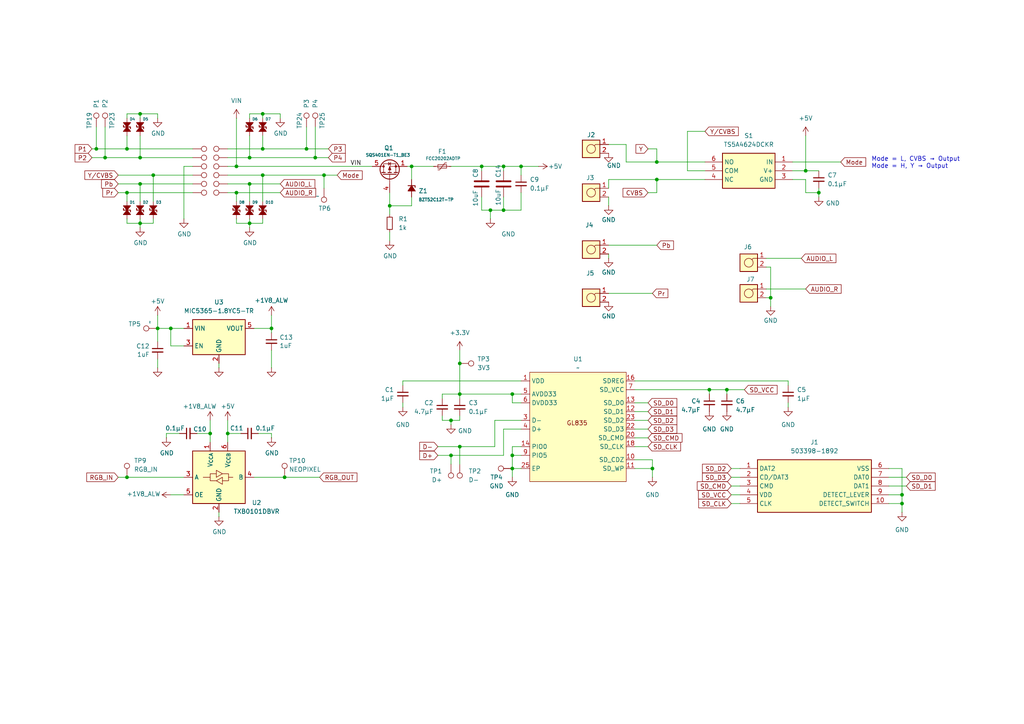
<source format=kicad_sch>
(kicad_sch (version 20250114) (generator "eeschema") (generator_version "9.0")
  (paper "A4")
  (text "Mode = L, CVBS → Output\nMode = H, Y → Output" (at 252.73 47.244 0) (effects (font (size 1.27 1.27)) (justify left)))
  (junction (at 146.05 60.96))
  (junction (at 91.44 45.72))
  (junction (at 60.96 125.73))
  (junction (at 76.2 50.8))
  (junction (at 130.81 132.08))
  (junction (at 210.82 113.03))
  (junction (at 72.39 45.72))
  (junction (at 40.64 45.72))
  (junction (at 76.2 43.18))
  (junction (at 133.35 129.54))
  (junction (at 189.23 135.89))
  (junction (at 190.5 46.99))
  (junction (at 133.35 105.41))
  (junction (at 88.9 43.18))
  (junction (at 119.38 48.26))
  (junction (at 72.39 64.77))
  (junction (at 261.62 146.05))
  (junction (at 223.52 86.36))
  (junction (at 68.58 55.88))
  (junction (at 40.64 53.34))
  (junction (at 93.98 50.8))
  (junction (at 49.53 95.25))
  (junction (at 27.94 43.18))
  (junction (at 233.68 49.53))
  (junction (at 68.58 48.26))
  (junction (at 72.39 53.34))
  (junction (at 36.83 55.88))
  (junction (at 148.59 114.3))
  (junction (at 40.64 33.02))
  (junction (at 146.05 48.26))
  (junction (at 82.55 138.43))
  (junction (at 30.48 45.72))
  (junction (at 205.74 113.03))
  (junction (at 113.03 59.69))
  (junction (at 148.59 135.89))
  (junction (at 133.35 114.3))
  (junction (at 76.2 33.02))
  (junction (at 190.5 52.07))
  (junction (at 66.04 125.73))
  (junction (at 261.62 143.51))
  (junction (at 45.72 95.25))
  (junction (at 148.59 132.08))
  (junction (at 78.74 95.25))
  (junction (at 36.83 138.43))
  (junction (at 40.64 64.77))
  (junction (at 237.49 55.88))
  (junction (at 142.24 60.96))
  (junction (at 44.45 50.8))
  (junction (at 36.83 43.18))
  (junction (at 130.81 121.92))
  (junction (at 151.13 48.26))
  (junction (at 139.7 48.26))
  (wire (pts (xy 45.72 95.25) (xy 49.53 95.25)))
  (wire (pts (xy 53.34 48.26) (xy 53.34 63.5)))
  (wire (pts (xy 40.64 53.34) (xy 55.88 53.34)))
  (wire (pts (xy 36.83 33.02) (xy 40.64 33.02)))
  (wire (pts (xy 72.39 39.37) (xy 72.39 45.72)))
  (wire (pts (xy 146.05 132.08) (xy 146.05 124.46)))
  (wire (pts (xy 223.52 77.47) (xy 222.25 77.47)))
  (wire (pts (xy 76.2 64.77) (xy 72.39 64.77)))
  (wire (pts (xy 107.95 48.26) (xy 68.58 48.26)))
  (wire (pts (xy 73.66 138.43) (xy 82.55 138.43)))
  (wire (pts (xy 66.04 125.73) (xy 66.04 128.27)))
  (wire (pts (xy 146.05 124.46) (xy 151.13 124.46)))
  (wire (pts (xy 237.49 57.15) (xy 237.49 55.88)))
  (wire (pts (xy 74.93 125.73) (xy 78.74 125.73)))
  (wire (pts (xy 45.72 34.29) (xy 45.72 33.02)))
  (wire (pts (xy 113.03 55.88) (xy 113.03 59.69)))
  (wire (pts (xy 36.83 34.29) (xy 36.83 33.02)))
  (wire (pts (xy 73.66 95.25) (xy 78.74 95.25)))
  (wire (pts (xy 176.53 74.93) (xy 176.53 73.66)))
  (wire (pts (xy 93.98 50.8) (xy 93.98 54.61)))
  (wire (pts (xy 148.59 132.08) (xy 151.13 132.08)))
  (wire (pts (xy 205.74 113.03) (xy 210.82 113.03)))
  (wire (pts (xy 68.58 34.29) (xy 68.58 48.26)))
  (wire (pts (xy 257.81 138.43) (xy 262.89 138.43)))
  (wire (pts (xy 34.29 138.43) (xy 36.83 138.43)))
  (wire (pts (xy 148.59 132.08) (xy 148.59 135.89)))
  (wire (pts (xy 36.83 64.77) (xy 40.64 64.77)))
  (wire (pts (xy 184.15 135.89) (xy 189.23 135.89)))
  (wire (pts (xy 228.6 118.11) (xy 228.6 116.84)))
  (wire (pts (xy 151.13 116.84) (xy 148.59 116.84)))
  (wire (pts (xy 81.28 34.29) (xy 81.28 33.02)))
  (wire (pts (xy 53.34 100.33) (xy 49.53 100.33)))
  (wire (pts (xy 88.9 43.18) (xy 95.25 43.18)))
  (wire (pts (xy 232.41 74.93) (xy 222.25 74.93)))
  (wire (pts (xy 116.84 110.49) (xy 151.13 110.49)))
  (wire (pts (xy 146.05 60.96) (xy 151.13 60.96)))
  (wire (pts (xy 190.5 52.07) (xy 204.47 52.07)))
  (wire (pts (xy 44.45 64.77) (xy 44.45 63.5)))
  (wire (pts (xy 40.64 39.37) (xy 40.64 45.72)))
  (wire (pts (xy 40.64 66.04) (xy 40.64 64.77)))
  (wire (pts (xy 143.51 121.92) (xy 151.13 121.92)))
  (wire (pts (xy 257.81 143.51) (xy 261.62 143.51)))
  (wire (pts (xy 34.29 53.34) (xy 40.64 53.34)))
  (wire (pts (xy 127 129.54) (xy 133.35 129.54)))
  (wire (pts (xy 261.62 148.59) (xy 261.62 146.05)))
  (wire (pts (xy 184.15 113.03) (xy 205.74 113.03)))
  (wire (pts (xy 130.81 121.92) (xy 130.81 123.19)))
  (wire (pts (xy 40.64 64.77) (xy 44.45 64.77)))
  (wire (pts (xy 72.39 45.72) (xy 91.44 45.72)))
  (wire (pts (xy 27.94 43.18) (xy 36.83 43.18)))
  (wire (pts (xy 222.25 83.82) (xy 233.68 83.82)))
  (wire (pts (xy 49.53 100.33) (xy 49.53 95.25)))
  (wire (pts (xy 189.23 135.89) (xy 189.23 133.35)))
  (wire (pts (xy 76.2 43.18) (xy 66.04 43.18)))
  (wire (pts (xy 119.38 59.69) (xy 113.03 59.69)))
  (wire (pts (xy 146.05 48.26) (xy 151.13 48.26)))
  (wire (pts (xy 44.45 50.8) (xy 44.45 58.42)))
  (wire (pts (xy 116.84 111.76) (xy 116.84 110.49)))
  (wire (pts (xy 26.67 45.72) (xy 30.48 45.72)))
  (wire (pts (xy 72.39 64.77) (xy 72.39 66.04)))
  (wire (pts (xy 146.05 57.15) (xy 146.05 60.96)))
  (wire (pts (xy 133.35 121.92) (xy 130.81 121.92)))
  (wire (pts (xy 184.15 110.49) (xy 228.6 110.49)))
  (wire (pts (xy 66.04 45.72) (xy 72.39 45.72)))
  (wire (pts (xy 190.5 43.18) (xy 190.5 46.99)))
  (wire (pts (xy 176.53 59.69) (xy 176.53 57.15)))
  (wire (pts (xy 66.04 53.34) (xy 72.39 53.34)))
  (wire (pts (xy 45.72 33.02) (xy 40.64 33.02)))
  (wire (pts (xy 212.09 146.05) (xy 214.63 146.05)))
  (wire (pts (xy 233.68 39.37) (xy 233.68 49.53)))
  (wire (pts (xy 76.2 63.5) (xy 76.2 64.77)))
  (wire (pts (xy 40.64 45.72) (xy 55.88 45.72)))
  (wire (pts (xy 190.5 55.88) (xy 190.5 52.07)))
  (wire (pts (xy 210.82 113.03) (xy 215.9 113.03)))
  (wire (pts (xy 68.58 55.88) (xy 68.58 58.42)))
  (wire (pts (xy 45.72 95.25) (xy 45.72 91.44)))
  (wire (pts (xy 199.39 49.53) (xy 199.39 38.1)))
  (wire (pts (xy 199.39 38.1) (xy 204.47 38.1)))
  (wire (pts (xy 76.2 39.37) (xy 76.2 43.18)))
  (wire (pts (xy 261.62 135.89) (xy 257.81 135.89)))
  (wire (pts (xy 187.96 43.18) (xy 190.5 43.18)))
  (wire (pts (xy 88.9 36.83) (xy 88.9 43.18)))
  (wire (pts (xy 66.04 121.92) (xy 66.04 125.73)))
  (wire (pts (xy 130.81 132.08) (xy 146.05 132.08)))
  (wire (pts (xy 210.82 114.3) (xy 210.82 113.03)))
  (wire (pts (xy 142.24 60.96) (xy 146.05 60.96)))
  (wire (pts (xy 72.39 34.29) (xy 72.39 33.02)))
  (wire (pts (xy 146.05 48.26) (xy 146.05 49.53)))
  (wire (pts (xy 187.96 129.54) (xy 184.15 129.54)))
  (wire (pts (xy 40.64 53.34) (xy 40.64 58.42)))
  (wire (pts (xy 133.35 120.65) (xy 133.35 121.92)))
  (wire (pts (xy 257.81 140.97) (xy 262.89 140.97)))
  (wire (pts (xy 72.39 53.34) (xy 81.28 53.34)))
  (wire (pts (xy 187.96 121.92) (xy 184.15 121.92)))
  (wire (pts (xy 148.59 129.54) (xy 148.59 132.08)))
  (wire (pts (xy 116.84 118.11) (xy 116.84 116.84)))
  (wire (pts (xy 113.03 59.69) (xy 113.03 62.23)))
  (wire (pts (xy 119.38 48.26) (xy 125.73 48.26)))
  (wire (pts (xy 30.48 36.83) (xy 30.48 45.72)))
  (wire (pts (xy 133.35 129.54) (xy 133.35 134.62)))
  (wire (pts (xy 133.35 114.3) (xy 148.59 114.3)))
  (wire (pts (xy 189.23 138.43) (xy 189.23 135.89)))
  (wire (pts (xy 229.87 52.07) (xy 233.68 52.07)))
  (wire (pts (xy 139.7 57.15) (xy 139.7 60.96)))
  (wire (pts (xy 119.38 48.26) (xy 119.38 52.07)))
  (wire (pts (xy 229.87 49.53) (xy 233.68 49.53)))
  (wire (pts (xy 181.61 46.99) (xy 190.5 46.99)))
  (wire (pts (xy 187.96 55.88) (xy 190.5 55.88)))
  (wire (pts (xy 237.49 55.88) (xy 237.49 54.61)))
  (wire (pts (xy 261.62 143.51) (xy 261.62 135.89)))
  (wire (pts (xy 139.7 60.96) (xy 142.24 60.96)))
  (wire (pts (xy 69.85 125.73) (xy 66.04 125.73)))
  (wire (pts (xy 36.83 39.37) (xy 36.83 43.18)))
  (wire (pts (xy 127 132.08) (xy 130.81 132.08)))
  (wire (pts (xy 130.81 132.08) (xy 130.81 134.62)))
  (wire (pts (xy 36.83 138.43) (xy 53.34 138.43)))
  (wire (pts (xy 49.53 143.51) (xy 53.34 143.51)))
  (wire (pts (xy 181.61 41.91) (xy 176.53 41.91)))
  (wire (pts (xy 72.39 63.5) (xy 72.39 64.77)))
  (wire (pts (xy 187.96 119.38) (xy 184.15 119.38)))
  (wire (pts (xy 36.83 63.5) (xy 36.83 64.77)))
  (wire (pts (xy 190.5 46.99) (xy 204.47 46.99)))
  (wire (pts (xy 66.04 48.26) (xy 68.58 48.26)))
  (wire (pts (xy 113.03 67.31) (xy 113.03 69.85)))
  (wire (pts (xy 45.72 95.25) (xy 45.72 99.06)))
  (wire (pts (xy 76.2 50.8) (xy 93.98 50.8)))
  (wire (pts (xy 176.53 52.07) (xy 176.53 54.61)))
  (wire (pts (xy 176.53 85.09) (xy 189.23 85.09)))
  (wire (pts (xy 151.13 129.54) (xy 148.59 129.54)))
  (wire (pts (xy 151.13 135.89) (xy 148.59 135.89)))
  (wire (pts (xy 261.62 146.05) (xy 261.62 143.51)))
  (wire (pts (xy 72.39 33.02) (xy 76.2 33.02)))
  (wire (pts (xy 204.47 49.53) (xy 199.39 49.53)))
  (wire (pts (xy 68.58 63.5) (xy 68.58 64.77)))
  (wire (pts (xy 151.13 48.26) (xy 156.21 48.26)))
  (wire (pts (xy 237.49 49.53) (xy 233.68 49.53)))
  (wire (pts (xy 44.45 50.8) (xy 55.88 50.8)))
  (wire (pts (xy 229.87 46.99) (xy 243.84 46.99)))
  (wire (pts (xy 139.7 48.26) (xy 146.05 48.26)))
  (wire (pts (xy 78.74 95.25) (xy 78.74 96.52)))
  (wire (pts (xy 151.13 60.96) (xy 151.13 55.88)))
  (wire (pts (xy 148.59 116.84) (xy 148.59 114.3)))
  (wire (pts (xy 81.28 33.02) (xy 76.2 33.02)))
  (wire (pts (xy 187.96 116.84) (xy 184.15 116.84)))
  (wire (pts (xy 130.81 121.92) (xy 128.27 121.92)))
  (wire (pts (xy 76.2 50.8) (xy 76.2 58.42)))
  (wire (pts (xy 133.35 115.57) (xy 133.35 114.3)))
  (wire (pts (xy 223.52 86.36) (xy 223.52 77.47)))
  (wire (pts (xy 91.44 45.72) (xy 95.25 45.72)))
  (wire (pts (xy 60.96 125.73) (xy 60.96 128.27)))
  (wire (pts (xy 66.04 55.88) (xy 68.58 55.88)))
  (wire (pts (xy 133.35 129.54) (xy 143.51 129.54)))
  (wire (pts (xy 181.61 46.99) (xy 181.61 41.91)))
  (wire (pts (xy 128.27 121.92) (xy 128.27 120.65)))
  (wire (pts (xy 40.64 33.02) (xy 40.64 34.29)))
  (wire (pts (xy 133.35 101.6) (xy 133.35 105.41)))
  (wire (pts (xy 130.81 48.26) (xy 139.7 48.26)))
  (wire (pts (xy 40.64 63.5) (xy 40.64 64.77)))
  (wire (pts (xy 63.5 106.68) (xy 63.5 105.41)))
  (wire (pts (xy 30.48 45.72) (xy 40.64 45.72)))
  (wire (pts (xy 82.55 138.43) (xy 92.71 138.43)))
  (wire (pts (xy 91.44 36.83) (xy 91.44 45.72)))
  (wire (pts (xy 26.67 43.18) (xy 27.94 43.18)))
  (wire (pts (xy 68.58 55.88) (xy 81.28 55.88)))
  (wire (pts (xy 49.53 95.25) (xy 53.34 95.25)))
  (wire (pts (xy 142.24 63.5) (xy 142.24 60.96)))
  (wire (pts (xy 148.59 114.3) (xy 151.13 114.3)))
  (wire (pts (xy 78.74 91.44) (xy 78.74 95.25)))
  (wire (pts (xy 212.09 143.51) (xy 214.63 143.51)))
  (wire (pts (xy 128.27 115.57) (xy 128.27 114.3)))
  (wire (pts (xy 76.2 33.02) (xy 76.2 34.29)))
  (wire (pts (xy 233.68 55.88) (xy 237.49 55.88)))
  (wire (pts (xy 139.7 48.26) (xy 139.7 49.53)))
  (wire (pts (xy 60.96 121.92) (xy 60.96 125.73)))
  (wire (pts (xy 187.96 124.46) (xy 184.15 124.46)))
  (wire (pts (xy 133.35 105.41) (xy 133.35 114.3)))
  (wire (pts (xy 189.23 133.35) (xy 184.15 133.35)))
  (wire (pts (xy 78.74 101.6) (xy 78.74 106.68)))
  (wire (pts (xy 68.58 64.77) (xy 72.39 64.77)))
  (wire (pts (xy 27.94 36.83) (xy 27.94 43.18)))
  (wire (pts (xy 48.26 125.73) (xy 48.26 127)))
  (wire (pts (xy 143.51 129.54) (xy 143.51 121.92)))
  (wire (pts (xy 228.6 110.49) (xy 228.6 111.76)))
  (wire (pts (xy 72.39 53.34) (xy 72.39 58.42)))
  (wire (pts (xy 36.83 55.88) (xy 36.83 58.42)))
  (wire (pts (xy 212.09 135.89) (xy 214.63 135.89)))
  (wire (pts (xy 212.09 140.97) (xy 214.63 140.97)))
  (wire (pts (xy 66.04 50.8) (xy 76.2 50.8)))
  (wire (pts (xy 222.25 86.36) (xy 223.52 86.36)))
  (wire (pts (xy 187.96 127) (xy 184.15 127)))
  (wire (pts (xy 34.29 50.8) (xy 44.45 50.8)))
  (wire (pts (xy 118.11 48.26) (xy 119.38 48.26)))
  (wire (pts (xy 78.74 125.73) (xy 78.74 127)))
  (wire (pts (xy 34.29 55.88) (xy 36.83 55.88)))
  (wire (pts (xy 212.09 138.43) (xy 214.63 138.43)))
  (wire (pts (xy 176.53 71.12) (xy 190.5 71.12)))
  (wire (pts (xy 36.83 43.18) (xy 55.88 43.18)))
  (wire (pts (xy 57.15 125.73) (xy 60.96 125.73)))
  (wire (pts (xy 48.26 125.73) (xy 52.07 125.73)))
  (wire (pts (xy 63.5 149.86) (xy 63.5 148.59)))
  (wire (pts (xy 76.2 43.18) (xy 88.9 43.18)))
  (wire (pts (xy 93.98 50.8) (xy 97.79 50.8)))
  (wire (pts (xy 151.13 48.26) (xy 151.13 50.8)))
  (wire (pts (xy 55.88 48.26) (xy 53.34 48.26)))
  (wire (pts (xy 45.72 106.68) (xy 45.72 104.14)))
  (wire (pts (xy 233.68 52.07) (xy 233.68 55.88)))
  (wire (pts (xy 119.38 57.15) (xy 119.38 59.69)))
  (wire (pts (xy 128.27 114.3) (xy 133.35 114.3)))
  (wire (pts (xy 148.59 135.89) (xy 148.59 138.43)))
  (wire (pts (xy 257.81 146.05) (xy 261.62 146.05)))
  (wire (pts (xy 205.74 113.03) (xy 205.74 114.3)))
  (wire (pts (xy 176.53 52.07) (xy 190.5 52.07)))
  (wire (pts (xy 223.52 88.9) (xy 223.52 86.36)))
  (wire (pts (xy 36.83 55.88) (xy 55.88 55.88)))
  (label "VIN" (at 101.6 48.26 0))
  (global_label "Y" (shape input) (at 187.96 43.18 180) (property "Intersheetrefs" "${INTERSHEET_REFS}" (effects (hide yes))))
  (global_label "SD_D3" (shape input) (at 212.09 138.43 180) (property "Intersheetrefs" "${INTERSHEET_REFS}" (effects (hide yes))))
  (global_label "SD_CLK" (shape input) (at 212.09 146.05 180) (property "Intersheetrefs" "${INTERSHEET_REFS}" (effects (hide yes))))
  (global_label "Pr" (shape input) (at 34.29 55.88 180) (property "Intersheetrefs" "${INTERSHEET_REFS}" (effects (hide yes))))
  (global_label "P3" (shape input) (at 95.25 43.18 0) (property "Intersheetrefs" "${INTERSHEET_REFS}" (effects (hide yes))))
  (global_label "SD_VCC" (shape input) (at 215.9 113.03 0) (property "Intersheetrefs" "${INTERSHEET_REFS}" (effects (hide yes))))
  (global_label "AUDIO_L" (shape input) (at 81.28 53.34 0) (property "Intersheetrefs" "${INTERSHEET_REFS}" (effects (hide yes))))
  (global_label "SD_D2" (shape input) (at 212.09 135.89 180) (property "Intersheetrefs" "${INTERSHEET_REFS}" (effects (hide yes))))
  (global_label "SD_CLK" (shape input) (at 187.96 129.54 0) (property "Intersheetrefs" "${INTERSHEET_REFS}" (effects (hide yes))))
  (global_label "P2" (shape input) (at 26.67 45.72 180) (property "Intersheetrefs" "${INTERSHEET_REFS}" (effects (hide yes))))
  (global_label "SD_CMD" (shape input) (at 212.09 140.97 180) (property "Intersheetrefs" "${INTERSHEET_REFS}" (effects (hide yes))))
  (global_label "CVBS" (shape input) (at 187.96 55.88 180) (property "Intersheetrefs" "${INTERSHEET_REFS}" (effects (hide yes))))
  (global_label "Pr" (shape input) (at 189.23 85.09 0) (property "Intersheetrefs" "${INTERSHEET_REFS}" (effects (hide yes))))
  (global_label "P1" (shape input) (at 26.67 43.18 180) (property "Intersheetrefs" "${INTERSHEET_REFS}" (effects (hide yes))))
  (global_label "AUDIO_R" (shape input) (at 233.68 83.82 0) (property "Intersheetrefs" "${INTERSHEET_REFS}" (effects (hide yes))))
  (global_label "SD_D0" (shape input) (at 262.89 138.43 0) (property "Intersheetrefs" "${INTERSHEET_REFS}" (effects (hide yes))))
  (global_label "D+" (shape input) (at 127 132.08 180) (property "Intersheetrefs" "${INTERSHEET_REFS}" (effects (hide yes))))
  (global_label "P4" (shape input) (at 95.25 45.72 0) (property "Intersheetrefs" "${INTERSHEET_REFS}" (effects (hide yes))))
  (global_label "RGB_IN" (shape input) (at 34.29 138.43 180) (property "Intersheetrefs" "${INTERSHEET_REFS}" (effects (hide yes))))
  (global_label "SD_D3" (shape input) (at 187.96 124.46 0) (property "Intersheetrefs" "${INTERSHEET_REFS}" (effects (hide yes))))
  (global_label "SD_D0" (shape input) (at 187.96 116.84 0) (property "Intersheetrefs" "${INTERSHEET_REFS}" (effects (hide yes))))
  (global_label "Pb" (shape input) (at 190.5 71.12 0) (property "Intersheetrefs" "${INTERSHEET_REFS}" (effects (hide yes))))
  (global_label "RGB_OUT" (shape input) (at 92.71 138.43 0) (property "Intersheetrefs" "${INTERSHEET_REFS}" (effects (hide yes))))
  (global_label "AUDIO_R" (shape input) (at 81.28 55.88 0) (property "Intersheetrefs" "${INTERSHEET_REFS}" (effects (hide yes))))
  (global_label "SD_D2" (shape input) (at 187.96 121.92 0) (property "Intersheetrefs" "${INTERSHEET_REFS}" (effects (hide yes))))
  (global_label "Y{slash}CVBS" (shape input) (at 34.29 50.8 180) (property "Intersheetrefs" "${INTERSHEET_REFS}" (effects (hide yes))))
  (global_label "SD_D1" (shape input) (at 187.96 119.38 0) (property "Intersheetrefs" "${INTERSHEET_REFS}" (effects (hide yes))))
  (global_label "D-" (shape input) (at 127 129.54 180) (property "Intersheetrefs" "${INTERSHEET_REFS}" (effects (hide yes))))
  (global_label "Mode" (shape input) (at 243.84 46.99 0) (property "Intersheetrefs" "${INTERSHEET_REFS}" (effects (hide yes))))
  (global_label "SD_VCC" (shape input) (at 212.09 143.51 180) (property "Intersheetrefs" "${INTERSHEET_REFS}" (effects (hide yes))))
  (global_label "SD_CMD" (shape input) (at 187.96 127 0) (property "Intersheetrefs" "${INTERSHEET_REFS}" (effects (hide yes))))
  (global_label "AUDIO_L" (shape input) (at 232.41 74.93 0) (property "Intersheetrefs" "${INTERSHEET_REFS}" (effects (hide yes))))
  (global_label "Mode" (shape input) (at 97.79 50.8 0) (property "Intersheetrefs" "${INTERSHEET_REFS}" (effects (hide yes))))
  (global_label "SD_D1" (shape input) (at 262.89 140.97 0) (property "Intersheetrefs" "${INTERSHEET_REFS}" (effects (hide yes))))
  (global_label "Pb" (shape input) (at 34.29 53.34 180) (property "Intersheetrefs" "${INTERSHEET_REFS}" (effects (hide yes))))
  (global_label "Y{slash}CVBS" (shape input) (at 204.47 38.1 0) (property "Intersheetrefs" "${INTERSHEET_REFS}" (effects (hide yes))))
  (symbol (lib_id "Device:C_Small") (at 210.82 116.84 0) (unit 1)
    (property "Reference" "C6" (at 213.36 116.332 0) (effects (justify left)))
    (property "Value" "4.7μF" (at 213.36 118.872 0) (effects (justify left)))
    (property "Footprint" "Capacitor_SMD:C_0603_1608Metric" (effects (hide yes)))
    (property "Description" "Unpolarized capacitor, small symbol" (effects (hide yes)))
  )
  (symbol (lib_id "Connector:TestPoint") (at 36.83 138.43 0) (unit 1)
    (property "Reference" "TP9" (at 38.862 133.604 0) (effects (justify left)))
    (property "Value" "RGB_IN" (at 38.862 136.144 0) (effects (justify left)))
    (property "Footprint" "TestPoint:TestPoint_Pad_D1.5mm" (effects (hide yes)))
    (property "Description" "test point" (effects (hide yes)))
  )
  (symbol (lib_id "Device:C") (at 146.05 53.34 0) (unit 1)
    (property "Reference" "C14" (at 144.526 51.562 90) (effects (justify left)))
    (property "Value" "10uF" (at 144.526 59.69 90) (effects (justify left)))
    (property "Footprint" "Capacitor_SMD:C_0805_2012Metric" (effects (hide yes)))
    (property "Description" "Unpolarized capacitor" (effects (hide yes)))
  )
  (symbol (lib_id "Connector:TestPoint") (at 148.59 135.89 90) (unit 1)
    (property "Reference" "TP4" (at 144.018 138.43 90))
    (property "Value" "GND" (at 144.018 140.97 90))
    (property "Footprint" "TestPoint:TestPoint_Pad_D1.5mm" (effects (hide yes)))
    (property "Description" "test point" (effects (hide yes)))
  )
  (symbol (lib_id "power:GND") (at 40.64 66.04 0) (unit 1)
    (property "Reference" "#PWR016" (effects (hide yes)))
    (property "Value" "GND" (at 40.767 70.4342 0))
  )
  (symbol (lib_id "Device:D_TVS_Small_Filled") (at 40.64 60.96 90) (unit 1)
    (property "Reference" "D2" (at 41.402 58.674 90) (effects (font (size 0.762 0.762)) (justify right)))
    (property "Value" "GG0402052R542P" (effects (hide yes)))
    (property "Footprint" "SamacSys_Parts:DIONC1006X55N" (effects (hide yes)))
    (property "Description" "Bidirectional transient-voltage-suppression diode, small symbol, filled shape" (effects (hide yes)))
  )
  (symbol (lib_id "SamacSys_Parts:GL835") (at 167.64 123.19 0) (unit 1)
    (property "Reference" "U1" (at 167.64 104.14 0))
    (property "Value" "~" (at 167.64 106.68 0))
    (property "Footprint" "Package_DFN_QFN:HVQFN-24-1EP_4x4mm_P0.5mm_EP2.5x2.5mm" (effects (hide yes)))
  )
  (symbol (lib_id "Connector:TestPoint") (at 55.88 45.72 270) (mirror x) (unit 1)
    (property "Reference" "TP15" (effects (hide yes)))
    (property "Value" "P2" (effects (hide yes)))
    (property "Footprint" "SamacSys_Parts:pogopad" (effects (hide yes)))
    (property "Description" "test point" (effects (hide yes)))
  )
  (symbol (lib_id "Connector:TestPoint") (at 66.04 45.72 90) (unit 1)
    (property "Reference" "TP18" (effects (hide yes)))
    (property "Value" "P4" (effects (hide yes)))
    (property "Footprint" "SamacSys_Parts:pogopad" (effects (hide yes)))
    (property "Description" "test point" (effects (hide yes)))
  )
  (symbol (lib_id "power:GND") (at 176.53 74.93 0) (unit 1)
    (property "Reference" "#PWR034" (effects (hide yes)))
    (property "Value" "GND" (at 176.53 78.994 0))
  )
  (symbol (lib_id "Device:D_TVS_Small_Filled") (at 76.2 36.83 90) (unit 1)
    (property "Reference" "D7" (at 76.962 34.544 90) (effects (font (size 0.762 0.762)) (justify right)))
    (property "Value" "GG0402052R542P" (effects (hide yes)))
    (property "Footprint" "SamacSys_Parts:DIONC1006X55N" (effects (hide yes)))
    (property "Description" "Bidirectional transient-voltage-suppression diode, small symbol, filled shape" (effects (hide yes)))
  )
  (symbol (lib_id "Device:C_Small") (at 72.39 125.73 90) (unit 1)
    (property "Reference" "C11" (at 70.612 124.206 90) (effects (justify left)))
    (property "Value" "0.1μF" (at 79.756 124.206 90) (effects (justify left)))
    (property "Footprint" "Capacitor_SMD:C_0402_1005Metric" (effects (hide yes)))
    (property "Description" "Unpolarized capacitor, small symbol" (effects (hide yes)))
  )
  (symbol (lib_id "Connector:TestPoint") (at 55.88 50.8 270) (mirror x) (unit 1)
    (property "Reference" "TP13" (effects (hide yes)))
    (property "Value" "Y/CVBS" (effects (hide yes)))
    (property "Footprint" "SamacSys_Parts:pogopad" (effects (hide yes)))
    (property "Description" "test point" (effects (hide yes)))
  )
  (symbol (lib_id "Device:D_TVS_Small_Filled") (at 76.2 60.96 90) (unit 1)
    (property "Reference" "D10" (at 76.962 58.674 90) (effects (font (size 0.762 0.762)) (justify right)))
    (property "Value" "GG0402052R542P" (effects (hide yes)))
    (property "Footprint" "SamacSys_Parts:DIONC1006X55N" (effects (hide yes)))
    (property "Description" "Bidirectional transient-voltage-suppression diode, small symbol, filled shape" (effects (hide yes)))
  )
  (symbol (lib_id "SamacSys_Parts:CONMHF4-SMD-G-T") (at 217.17 85.09 0) (mirror y) (unit 1)
    (property "Reference" "J7" (at 217.678 81.026 0))
    (property "Value" "CONMHF4-SMD-G-T" (effects (hide yes)))
    (property "Footprint" "CONMHF4SMDGT" (effects (hide yes)))
    (property "Datasheet" "https://www.te.com/commerce/DocumentDelivery/DDEController?Action=srchrtrv&DocNm=conmhf4-smd-g-t-ds&DocType=Data%20Sheet&DocLang=English&PartCntxt=CONMHF4-SMD-G-T&DocFormat=pdf" (effects (hide yes)))
    (property "Description" "Body Features: Body Material Copper Alloy | Body Plating Material Gold | Configuration Features: Number of Coaxial Contacts 1 | Number of Positions 1 | Electrical Characteristics: Impedance 50 OHM | Mechanical Attachment: Connector Mounting Type Board Mount | RF Connector Coupling Mechanism Snap-On | Operation/Application: Operating Frequency 6 GHZ | Circuit Application Signal | Other: Dielectric Material LCP | Product Type Features: Sealable No | RF Interface UMCC | Connector Product Type Connector Assembl" (effects (hide yes)))
    (property "Height" "0.6" (effects (hide yes)))
    (property "Mouser Part Number" "N/A" (effects (hide yes)))
    (property "Mouser Price/Stock" "https://www.mouser.co.uk/ProductDetail/TE-Connectivity/CONMHF4-SMD-G-T?qs=3Rah4i%252BhyCHAjcyagtfN7A%3D%3D" (effects (hide yes)))
    (property "Manufacturer_Name" "TE Connectivity" (effects (hide yes)))
    (property "Manufacturer_Part_Number" "CONMHF4-SMD-G-T" (effects (hide yes)))
  )
  (symbol (lib_id "Logic_LevelTranslator:TXB0101DBV") (at 63.5 138.43 0) (unit 1)
    (property "Reference" "U2" (at 74.422 145.796 0))
    (property "Value" "TXB0101DBVR" (at 74.422 148.336 0))
    (property "Footprint" "SamacSys_Parts:SOTFL50P160X60-6N" (effects (hide yes)))
    (property "Datasheet" "http://www.ti.com/lit/ds/symlink/txb0101.pdf" (effects (hide yes)))
    (property "Description" "1-Bit Bidirectional Voltage-Level Translator in TSSOP Package With Auto Direction Sensing and ±15-kV ESD Protection, SOT-23-6" (effects (hide yes)))
  )
  (symbol (lib_id "SamacSys_Parts:CONMHF4-SMD-G-T") (at 171.45 86.36 0) (mirror y) (unit 1)
    (property "Reference" "J5" (at 171.196 79.248 0))
    (property "Value" "CONMHF4-SMD-G-T" (effects (hide yes)))
    (property "Footprint" "CONMHF4SMDGT" (effects (hide yes)))
    (property "Datasheet" "https://www.te.com/commerce/DocumentDelivery/DDEController?Action=srchrtrv&DocNm=conmhf4-smd-g-t-ds&DocType=Data%20Sheet&DocLang=English&PartCntxt=CONMHF4-SMD-G-T&DocFormat=pdf" (effects (hide yes)))
    (property "Description" "Body Features: Body Material Copper Alloy | Body Plating Material Gold | Configuration Features: Number of Coaxial Contacts 1 | Number of Positions 1 | Electrical Characteristics: Impedance 50 OHM | Mechanical Attachment: Connector Mounting Type Board Mount | RF Connector Coupling Mechanism Snap-On | Operation/Application: Operating Frequency 6 GHZ | Circuit Application Signal | Other: Dielectric Material LCP | Product Type Features: Sealable No | RF Interface UMCC | Connector Product Type Connector Assembl" (effects (hide yes)))
    (property "Height" "0.6" (effects (hide yes)))
    (property "Mouser Part Number" "N/A" (effects (hide yes)))
    (property "Mouser Price/Stock" "https://www.mouser.co.uk/ProductDetail/TE-Connectivity/CONMHF4-SMD-G-T?qs=3Rah4i%252BhyCHAjcyagtfN7A%3D%3D" (effects (hide yes)))
    (property "Manufacturer_Name" "TE Connectivity" (effects (hide yes)))
    (property "Manufacturer_Part_Number" "CONMHF4-SMD-G-T" (effects (hide yes)))
  )
  (symbol (lib_id "Device:C_Small") (at 205.74 116.84 0) (mirror y) (unit 1)
    (property "Reference" "C4" (at 203.2 116.332 0) (effects (justify left)))
    (property "Value" "4.7μF" (at 203.2 118.872 0) (effects (justify left)))
    (property "Footprint" "Capacitor_SMD:C_0603_1608Metric" (effects (hide yes)))
    (property "Description" "Unpolarized capacitor, small symbol" (effects (hide yes)))
  )
  (symbol (lib_id "Regulator_Linear:MIC5365-3.3YC5") (at 63.5 97.79 0) (unit 1)
    (property "Reference" "U3" (at 63.5 87.63 0))
    (property "Value" "MIC5365-1.8YC5-TR" (at 63.5 90.17 0))
    (property "Footprint" "Package_TO_SOT_SMD:SOT-353_SC-70-5" (effects (hide yes)))
    (property "Datasheet" "http://ww1.microchip.com/downloads/en/DeviceDoc/mic5365.pdf" (effects (hide yes)))
    (property "Description" "150mA Low-dropout Voltage Regulator, Vout 1.8V, Vin up to 5.5V, SC-70-5" (effects (hide yes)))
  )
  (symbol (lib_id "power:GND") (at 78.74 127 0) (unit 1)
    (property "Reference" "#PWR021" (effects (hide yes)))
    (property "Value" "GND" (at 78.867 131.3942 0))
  )
  (symbol (lib_id "power:GND") (at 189.23 138.43 0) (unit 1)
    (property "Reference" "#PWR03" (effects (hide yes)))
    (property "Value" "GND" (at 189.23 143.51 0))
    (property "Description" "Power symbol creates a global label with name \"GND\" , ground" (effects (hide yes)))
  )
  (symbol (lib_id "power:GND") (at 142.24 63.5 0) (unit 1)
    (property "Reference" "#PWR020" (effects (hide yes)))
    (property "Value" "GND" (at 147.447 67.8942 0))
  )
  (symbol (lib_id "power:+1V0") (at 49.53 143.51 90) (mirror x) (unit 1)
    (property "Reference" "#PWR031" (effects (hide yes)))
    (property "Value" "+1V8_ALW" (at 41.656 143.256 90))
  )
  (symbol (lib_id "Connector:TestPoint") (at 55.88 55.88 270) (mirror x) (unit 1)
    (property "Reference" "TP12" (effects (hide yes)))
    (property "Value" "Pr" (effects (hide yes)))
    (property "Footprint" "SamacSys_Parts:pogopad" (effects (hide yes)))
    (property "Description" "test point" (effects (hide yes)))
  )
  (symbol (lib_id "Device:C") (at 139.7 53.34 0) (mirror y) (unit 1)
    (property "Reference" "C8" (at 137.922 51.562 90) (effects (justify left)))
    (property "Value" "10uF" (at 137.922 59.944 90) (effects (justify left)))
    (property "Footprint" "Capacitor_SMD:C_0805_2012Metric" (effects (hide yes)))
    (property "Description" "Unpolarized capacitor" (effects (hide yes)))
  )
  (symbol (lib_id "Device:D_TVS_Small_Filled") (at 72.39 60.96 90) (unit 1)
    (property "Reference" "D9" (at 73.152 58.674 90) (effects (font (size 0.762 0.762)) (justify right)))
    (property "Value" "GG0402052R542P" (effects (hide yes)))
    (property "Footprint" "SamacSys_Parts:DIONC1006X55N" (effects (hide yes)))
    (property "Description" "Bidirectional transient-voltage-suppression diode, small symbol, filled shape" (effects (hide yes)))
  )
  (symbol (lib_id "power:GND") (at 261.62 148.59 0) (unit 1)
    (property "Reference" "#PWR02" (effects (hide yes)))
    (property "Value" "GND" (at 261.62 153.67 0))
    (property "Description" "Power symbol creates a global label with name \"GND\" , ground" (effects (hide yes)))
  )
  (symbol (lib_id "power:GND") (at 45.72 106.68 0) (unit 1)
    (property "Reference" "#PWR026" (effects (hide yes)))
    (property "Value" "GND" (effects (hide yes)))
  )
  (symbol (lib_id "Device:R_Small") (at 113.03 64.77 0) (unit 1)
    (property "Reference" "R1" (at 115.57 63.4999 0) (effects (justify left)))
    (property "Value" "1k" (at 115.57 66.0399 0) (effects (justify left)))
    (property "Footprint" "Resistor_SMD:R_0402_1005Metric" (effects (hide yes)))
    (property "Description" "Resistor, small symbol" (effects (hide yes)))
  )
  (symbol (lib_id "Connector:TestPoint") (at 66.04 48.26 90) (unit 1)
    (property "Reference" "VIN1" (effects (hide yes)))
    (property "Value" "GND" (effects (hide yes)))
    (property "Footprint" "SamacSys_Parts:pogopad" (effects (hide yes)))
    (property "Description" "test point" (effects (hide yes)))
  )
  (symbol (lib_id "power:+5V") (at 66.04 121.92 0) (mirror y) (unit 1)
    (property "Reference" "#PWR024" (effects (hide yes)))
    (property "Value" "+5V" (at 66.04 117.856 0))
    (property "Description" "Power symbol creates a global label with name \"+5V\"" (effects (hide yes)))
  )
  (symbol (lib_id "power:GND") (at 78.74 106.68 0) (mirror y) (unit 1)
    (property "Reference" "#PWR029" (effects (hide yes)))
    (property "Value" "GND" (effects (hide yes)))
  )
  (symbol (lib_id "Connector:TestPoint") (at 66.04 50.8 90) (unit 1)
    (property "Reference" "TP20" (effects (hide yes)))
    (property "Value" "MODE" (effects (hide yes)))
    (property "Footprint" "SamacSys_Parts:pogopad" (effects (hide yes)))
    (property "Description" "test point" (effects (hide yes)))
  )
  (symbol (lib_id "power:+1V0") (at 60.96 121.92 0) (mirror y) (unit 1)
    (property "Reference" "#PWR030" (effects (hide yes)))
    (property "Value" "+1V8_ALW" (at 57.912 117.856 0))
  )
  (symbol (lib_id "Connector:TestPoint") (at 133.35 134.62 180) (unit 1)
    (property "Reference" "TP2" (at 135.89 136.6519 0) (effects (justify right)))
    (property "Value" "D-" (at 135.89 139.1919 0) (effects (justify right)))
    (property "Footprint" "TestPoint:TestPoint_Pad_D1.5mm" (effects (hide yes)))
    (property "Description" "test point" (effects (hide yes)))
  )
  (symbol (lib_id "power:GND") (at 176.53 59.69 0) (unit 1)
    (property "Reference" "#PWR032" (effects (hide yes)))
    (property "Value" "GND" (at 176.53 63.754 0))
  )
  (symbol (lib_id "Device:D_TVS_Small_Filled") (at 72.39 36.83 90) (unit 1)
    (property "Reference" "D6" (at 73.152 34.544 90) (effects (font (size 0.762 0.762)) (justify right)))
    (property "Value" "GG0402052R542P" (effects (hide yes)))
    (property "Footprint" "SamacSys_Parts:DIONC1006X55N" (effects (hide yes)))
    (property "Description" "Bidirectional transient-voltage-suppression diode, small symbol, filled shape" (effects (hide yes)))
  )
  (symbol (lib_id "power:+5V") (at 156.21 48.26 270) (mirror x) (unit 1)
    (property "Reference" "#PWR013" (effects (hide yes)))
    (property "Value" "+5V" (at 161.036 48.26 90))
    (property "Description" "Power symbol creates a global label with name \"+5V\"" (effects (hide yes)))
  )
  (symbol (lib_id "Connector:TestPoint") (at 45.72 95.25 90) (unit 1)
    (property "Reference" "TP5" (at 40.894 93.98 90) (effects (justify left)))
    (property "Value" "~" (at 43.434 93.98 0) (effects (justify left)))
    (property "Footprint" "TestPoint:TestPoint_Pad_D1.5mm" (effects (hide yes)))
    (property "Description" "test point" (effects (hide yes)))
  )
  (symbol (lib_id "power:GND") (at 176.53 87.63 0) (unit 1)
    (property "Reference" "#PWR035" (effects (hide yes)))
    (property "Value" "GND" (at 176.53 91.694 0))
  )
  (symbol (lib_id "power:+1V0") (at 78.74 91.44 0) (mirror y) (unit 1)
    (property "Reference" "#PWR028" (effects (hide yes)))
    (property "Value" "+1V8_ALW" (at 78.74 87.122 0))
  )
  (symbol (lib_id "Connector:TestPoint") (at 133.35 105.41 270) (unit 1)
    (property "Reference" "TP3" (at 138.43 104.1399 90) (effects (justify left)))
    (property "Value" "3V3" (at 138.43 106.6799 90) (effects (justify left)))
    (property "Footprint" "TestPoint:TestPoint_Pad_D1.5mm" (effects (hide yes)))
    (property "Description" "test point" (effects (hide yes)))
  )
  (symbol (lib_id "power:GND") (at 148.59 138.43 0) (unit 1)
    (property "Reference" "#PWR01" (effects (hide yes)))
    (property "Value" "GND" (at 148.59 143.51 0))
    (property "Description" "Power symbol creates a global label with name \"GND\" , ground" (effects (hide yes)))
  )
  (symbol (lib_id "Connector:TestPoint") (at 66.04 53.34 90) (unit 1)
    (property "Reference" "TP21" (effects (hide yes)))
    (property "Value" "AUDIO_L" (effects (hide yes)))
    (property "Footprint" "SamacSys_Parts:pogopad" (effects (hide yes)))
    (property "Description" "test point" (effects (hide yes)))
  )
  (symbol (lib_id "power:GND") (at 45.72 34.29 0) (unit 1)
    (property "Reference" "#PWR017" (effects (hide yes)))
    (property "Value" "GND" (at 45.847 38.6842 0))
  )
  (symbol (lib_id "Connector:TestPoint") (at 88.9 36.83 0) (unit 1)
    (property "Reference" "TP24" (at 86.868 32.512 90) (effects (justify right)))
    (property "Value" "P3" (at 88.9 28.702 90) (effects (justify right)))
    (property "Footprint" "TestPoint:TestPoint_Pad_D1.5mm" (effects (hide yes)))
    (property "Description" "test point" (effects (hide yes)))
  )
  (symbol (lib_id "power:GND") (at 53.34 63.5 0) (unit 1)
    (property "Reference" "#PWR011" (effects (hide yes)))
    (property "Value" "GND" (at 53.467 67.8942 0))
  )
  (symbol (lib_id "power:GND") (at 72.39 66.04 0) (unit 1)
    (property "Reference" "#PWR019" (effects (hide yes)))
    (property "Value" "GND" (at 72.517 70.4342 0))
  )
  (symbol (lib_id "power:GND") (at 63.5 106.68 0) (mirror y) (unit 1)
    (property "Reference" "#PWR027" (effects (hide yes)))
    (property "Value" "GND" (effects (hide yes)))
  )
  (symbol (lib_id "power:+5V") (at 233.68 39.37 0) (mirror y) (unit 1)
    (property "Reference" "#PWR014" (effects (hide yes)))
    (property "Value" "+5V" (at 233.68 34.29 0))
    (property "Description" "Power symbol creates a global label with name \"+5V\"" (effects (hide yes)))
  )
  (symbol (lib_id "Device:C_Small") (at 133.35 118.11 0) (unit 1)
    (property "Reference" "C3" (at 135.89 116.8462 0) (effects (justify left)))
    (property "Value" "0.1μF" (at 135.89 119.3862 0) (effects (justify left)))
    (property "Footprint" "Capacitor_SMD:C_0402_1005Metric" (effects (hide yes)))
    (property "Description" "Unpolarized capacitor, small symbol" (effects (hide yes)))
  )
  (symbol (lib_id "Connector:TestPoint") (at 55.88 48.26 270) (mirror x) (unit 1)
    (property "Reference" "TP14" (effects (hide yes)))
    (property "Value" "GND" (effects (hide yes)))
    (property "Footprint" "SamacSys_Parts:pogopad" (effects (hide yes)))
    (property "Description" "test point" (effects (hide yes)))
  )
  (symbol (lib_id "Device:C_Small") (at 128.27 118.11 0) (mirror y) (unit 1)
    (property "Reference" "C2" (at 125.73 116.8462 0) (effects (justify left)))
    (property "Value" "4.7μF" (at 125.73 119.3862 0) (effects (justify left)))
    (property "Footprint" "Capacitor_SMD:C_0603_1608Metric" (effects (hide yes)))
    (property "Description" "Unpolarized capacitor, small symbol" (effects (hide yes)))
  )
  (symbol (lib_id "SamacSys_Parts:CONMHF4-SMD-G-T") (at 217.17 76.2 0) (mirror y) (unit 1)
    (property "Reference" "J6" (at 216.916 71.628 0))
    (property "Value" "CONMHF4-SMD-G-T" (effects (hide yes)))
    (property "Footprint" "CONMHF4SMDGT" (effects (hide yes)))
    (property "Datasheet" "https://www.te.com/commerce/DocumentDelivery/DDEController?Action=srchrtrv&DocNm=conmhf4-smd-g-t-ds&DocType=Data%20Sheet&DocLang=English&PartCntxt=CONMHF4-SMD-G-T&DocFormat=pdf" (effects (hide yes)))
    (property "Description" "Body Features: Body Material Copper Alloy | Body Plating Material Gold | Configuration Features: Number of Coaxial Contacts 1 | Number of Positions 1 | Electrical Characteristics: Impedance 50 OHM | Mechanical Attachment: Connector Mounting Type Board Mount | RF Connector Coupling Mechanism Snap-On | Operation/Application: Operating Frequency 6 GHZ | Circuit Application Signal | Other: Dielectric Material LCP | Product Type Features: Sealable No | RF Interface UMCC | Connector Product Type Connector Assembl" (effects (hide yes)))
    (property "Height" "0.6" (effects (hide yes)))
    (property "Mouser Part Number" "N/A" (effects (hide yes)))
    (property "Mouser Price/Stock" "https://www.mouser.co.uk/ProductDetail/TE-Connectivity/CONMHF4-SMD-G-T?qs=3Rah4i%252BhyCHAjcyagtfN7A%3D%3D" (effects (hide yes)))
    (property "Manufacturer_Name" "TE Connectivity" (effects (hide yes)))
    (property "Manufacturer_Part_Number" "CONMHF4-SMD-G-T" (effects (hide yes)))
  )
  (symbol (lib_id "SamacSys_Parts:503398-1892") (at 214.63 135.89 0) (unit 1)
    (property "Reference" "J1" (at 236.22 128.27 0))
    (property "Value" "503398-1892" (at 236.22 130.81 0))
    (property "Footprint" "SamacSys_Parts:503398-1892" (effects (hide yes)))
    (property "Datasheet" "http://www.molex.com/webdocs/datasheets/pdf/en-us//5033981892_MEMORY_CARD_SOCKET.pdf" (effects (hide yes)))
    (property "Description" "MicroSD SMT Push-Push 1.28mm height MicroSD SMT Push-Push 1.28mm height" (effects (hide yes)))
    (property "Mouser Part Number" "538-503398-1892" (effects (hide yes)))
    (property "Mouser Price/Stock" "https://www.mouser.co.uk/ProductDetail/Molex/503398-1892?qs=b0v8CoHHvSMxV%252BW12iKaSg%3D%3D" (effects (hide yes)))
    (property "Manufacturer_Name" "Molex" (effects (hide yes)))
    (property "Manufacturer_Part_Number" "503398-1892" (effects (hide yes)))
  )
  (symbol (lib_id "Device:C_Small") (at 228.6 114.3 0) (unit 1)
    (property "Reference" "C5" (at 231.14 113.0362 0) (effects (justify left)))
    (property "Value" "1μF" (at 231.14 115.5762 0) (effects (justify left)))
    (property "Footprint" "Capacitor_SMD:C_0402_1005Metric" (effects (hide yes)))
    (property "Description" "Unpolarized capacitor, small symbol" (effects (hide yes)))
  )
  (symbol (lib_id "Device:D_Zener_Small_Filled") (at 119.38 54.61 270) (unit 1)
    (property "Reference" "Z1" (at 121.412 55.3719 90) (effects (justify left)))
    (property "Value" "BZT52C12T-TP" (at 121.412 57.912 90) (effects (font (size 0.889 0.889)) (justify left)))
    (property "Footprint" "BZT52C12TTP" (effects (hide yes)))
    (property "Description" "Zener diode, small symbol, filled shape" (effects (hide yes)))
    (property "Height" "0.65" (effects (hide yes)))
    (property "Mouser Part Number" "833-BZT52C12T-TP" (effects (hide yes)))
    (property "Mouser Price/Stock" "http://www.mouser.com/Search/ProductDetail.aspx?qs=ZNK0BnemlqFb9JE6c8BQoA%3d%3d" (effects (hide yes)))
    (property "Manufacturer_Name" "MCC" (effects (hide yes)))
    (property "Manufacturer_Part_Number" "BZT52C12T-TP" (effects (hide yes)))
  )
  (symbol (lib_id "Connector:TestPoint") (at 27.94 36.83 0) (unit 1)
    (property "Reference" "TP19" (at 25.908 32.512 90) (effects (justify right)))
    (property "Value" "P1" (at 27.94 28.702 90) (effects (justify right)))
    (property "Footprint" "TestPoint:TestPoint_Pad_D1.5mm" (effects (hide yes)))
    (property "Description" "test point" (effects (hide yes)))
  )
  (symbol (lib_id "power:GND") (at 205.74 119.38 0) (unit 1)
    (property "Reference" "#PWR06" (effects (hide yes)))
    (property "Value" "GND" (at 205.74 124.46 0))
    (property "Description" "Power symbol creates a global label with name \"GND\" , ground" (effects (hide yes)))
  )
  (symbol (lib_id "power:GND") (at 81.28 34.29 0) (unit 1)
    (property "Reference" "#PWR018" (effects (hide yes)))
    (property "Value" "GND" (at 81.407 38.6842 0))
  )
  (symbol (lib_id "power:GND") (at 228.6 118.11 0) (mirror y) (unit 1)
    (property "Reference" "#PWR07" (effects (hide yes)))
    (property "Value" "GND" (at 228.6 123.19 0))
    (property "Description" "Power symbol creates a global label with name \"GND\" , ground" (effects (hide yes)))
  )
  (symbol (lib_id "power:GND") (at 48.26 127 0) (unit 1)
    (property "Reference" "#PWR023" (effects (hide yes)))
    (property "Value" "GND" (at 48.387 131.3942 0))
  )
  (symbol (lib_id "power:GND") (at 130.81 123.19 0) (unit 1)
    (property "Reference" "#PWR05" (effects (hide yes)))
    (property "Value" "GND" (at 134.874 124.968 0))
    (property "Description" "Power symbol creates a global label with name \"GND\" , ground" (effects (hide yes)))
  )
  (symbol (lib_id "power:+5V") (at 68.58 34.29 0) (mirror y) (unit 1)
    (property "Reference" "#PWR012" (effects (hide yes)))
    (property "Value" "VIN" (at 68.58 29.21 0))
    (property "Description" "Power symbol creates a global label with name \"+5V\"" (effects (hide yes)))
  )
  (symbol (lib_id "Connector:TestPoint") (at 82.55 138.43 0) (unit 1)
    (property "Reference" "TP10" (at 83.82 133.604 0) (effects (justify left)))
    (property "Value" "NEOPIXEL" (at 83.82 136.144 0) (effects (justify left)))
    (property "Footprint" "TestPoint:TestPoint_Pad_D1.5mm" (effects (hide yes)))
    (property "Description" "test point" (effects (hide yes)))
  )
  (symbol (lib_id "power:GND") (at 237.49 57.15 0) (unit 1)
    (property "Reference" "#PWR015" (effects (hide yes)))
    (property "Value" "GND" (at 241.554 58.928 0))
    (property "Description" "Power symbol creates a global label with name \"GND\" , ground" (effects (hide yes)))
  )
  (symbol (lib_id "Connector:TestPoint") (at 66.04 43.18 90) (unit 1)
    (property "Reference" "TP17" (effects (hide yes)))
    (property "Value" "P3" (effects (hide yes)))
    (property "Footprint" "SamacSys_Parts:pogopad" (effects (hide yes)))
    (property "Description" "test point" (effects (hide yes)))
  )
  (symbol (lib_id "Device:D_TVS_Small_Filled") (at 40.64 36.83 90) (unit 1)
    (property "Reference" "D5" (at 41.402 34.544 90) (effects (font (size 0.762 0.762)) (justify right)))
    (property "Value" "GG0402052R542P" (effects (hide yes)))
    (property "Footprint" "SamacSys_Parts:DIONC1006X55N" (effects (hide yes)))
    (property "Description" "Bidirectional transient-voltage-suppression diode, small symbol, filled shape" (effects (hide yes)))
  )
  (symbol (lib_id "Device:D_TVS_Small_Filled") (at 68.58 60.96 90) (unit 1)
    (property "Reference" "D8" (at 69.342 58.674 90) (effects (font (size 0.762 0.762)) (justify right)))
    (property "Value" "GG0402052R542P" (effects (hide yes)))
    (property "Footprint" "SamacSys_Parts:DIONC1006X55N" (effects (hide yes)))
    (property "Description" "Bidirectional transient-voltage-suppression diode, small symbol, filled shape" (effects (hide yes)))
  )
  (symbol (lib_id "Connector:TestPoint") (at 93.98 54.61 180) (unit 1)
    (property "Reference" "TP6" (at 96.012 60.452 0) (effects (justify left)))
    (property "Value" "~" (at 92.71 56.896 0) (effects (justify left)))
    (property "Footprint" "TestPoint:TestPoint_Pad_D1.5mm" (effects (hide yes)))
    (property "Description" "test point" (effects (hide yes)))
  )
  (symbol (lib_id "Device:C_Small") (at 116.84 114.3 0) (mirror y) (unit 1)
    (property "Reference" "C1" (at 114.3 113.0362 0) (effects (justify left)))
    (property "Value" "1μF" (at 114.3 115.5762 0) (effects (justify left)))
    (property "Footprint" "Capacitor_SMD:C_0402_1005Metric" (effects (hide yes)))
    (property "Description" "Unpolarized capacitor, small symbol" (effects (hide yes)))
  )
  (symbol (lib_id "Device:D_TVS_Small_Filled") (at 36.83 60.96 90) (unit 1)
    (property "Reference" "D1" (at 37.592 58.674 90) (effects (font (size 0.762 0.762)) (justify right)))
    (property "Value" "GG0402052R542P" (effects (hide yes)))
    (property "Footprint" "SamacSys_Parts:DIONC1006X55N" (effects (hide yes)))
    (property "Description" "Bidirectional transient-voltage-suppression diode, small symbol, filled shape" (effects (hide yes)))
  )
  (symbol (lib_id "SamacSys_Parts:CONMHF4-SMD-G-T") (at 171.45 43.18 0) (mirror y) (unit 1)
    (property "Reference" "J2" (at 171.45 39.116 0))
    (property "Value" "CONMHF4-SMD-G-T" (effects (hide yes)))
    (property "Footprint" "CONMHF4SMDGT" (effects (hide yes)))
    (property "Datasheet" "https://www.te.com/commerce/DocumentDelivery/DDEController?Action=srchrtrv&DocNm=conmhf4-smd-g-t-ds&DocType=Data%20Sheet&DocLang=English&PartCntxt=CONMHF4-SMD-G-T&DocFormat=pdf" (effects (hide yes)))
    (property "Description" "Body Features: Body Material Copper Alloy | Body Plating Material Gold | Configuration Features: Number of Coaxial Contacts 1 | Number of Positions 1 | Electrical Characteristics: Impedance 50 OHM | Mechanical Attachment: Connector Mounting Type Board Mount | RF Connector Coupling Mechanism Snap-On | Operation/Application: Operating Frequency 6 GHZ | Circuit Application Signal | Other: Dielectric Material LCP | Product Type Features: Sealable No | RF Interface UMCC | Connector Product Type Connector Assembl" (effects (hide yes)))
    (property "Height" "0.6" (effects (hide yes)))
    (property "Mouser Part Number" "N/A" (effects (hide yes)))
    (property "Mouser Price/Stock" "https://www.mouser.co.uk/ProductDetail/TE-Connectivity/CONMHF4-SMD-G-T?qs=3Rah4i%252BhyCHAjcyagtfN7A%3D%3D" (effects (hide yes)))
    (property "Manufacturer_Name" "TE Connectivity" (effects (hide yes)))
    (property "Manufacturer_Part_Number" "CONMHF4-SMD-G-T" (effects (hide yes)))
  )
  (symbol (lib_id "SamacSys_Parts:TS5A4624DCKR") (at 229.87 46.99 0) (mirror y) (unit 1)
    (property "Reference" "S1" (at 217.17 39.37 0))
    (property "Value" "TS5A4624DCKR" (at 217.17 41.91 0))
    (property "Footprint" "SamacSys_Parts:SOT65P210X110-6N" (effects (hide yes)))
    (property "Datasheet" "http://www.ti.com/lit/gpn/ts5a4624" (effects (hide yes)))
    (property "Description" "1-Ohm SPDT Analog Switch 5-V/3.3-V Single-Channel 2:1 Multiplexer/Demultiplexer" (effects (hide yes)))
    (property "Height" "1.1" (effects (hide yes)))
    (property "Mouser Part Number" "595-TS5A4624DCKR" (effects (hide yes)))
    (property "Mouser Price/Stock" "https://www.mouser.co.uk/ProductDetail/Texas-Instruments/TS5A4624DCKR?qs=0O%2FZFlpUpJVjPfZsnNwEZg%3D%3D" (effects (hide yes)))
    (property "Manufacturer_Name" "Texas Instruments" (effects (hide yes)))
    (property "Manufacturer_Part_Number" "TS5A4624DCKR" (effects (hide yes)))
  )
  (symbol (lib_id "power:+5V") (at 45.72 91.44 0) (mirror y) (unit 1)
    (property "Reference" "#PWR025" (effects (hide yes)))
    (property "Value" "+5V" (at 45.72 87.376 0))
    (property "Description" "Power symbol creates a global label with name \"+5V\"" (effects (hide yes)))
  )
  (symbol (lib_id "power:GND") (at 176.53 44.45 0) (unit 1)
    (property "Reference" "#PWR033" (effects (hide yes)))
    (property "Value" "GND" (at 178.054 48.006 0))
  )
  (symbol (lib_id "power:+3.3V") (at 133.35 101.6 0) (unit 1)
    (property "Reference" "#PWR08" (effects (hide yes)))
    (property "Value" "+3.3V" (at 133.35 96.52 0))
    (property "Description" "Power symbol creates a global label with name \"+3.3V\"" (effects (hide yes)))
  )
  (symbol (lib_id "SamacSys_Parts:CONMHF4-SMD-G-T") (at 171.45 72.39 0) (mirror y) (unit 1)
    (property "Reference" "J4" (at 170.942 65.278 0))
    (property "Value" "CONMHF4-SMD-G-T" (effects (hide yes)))
    (property "Footprint" "CONMHF4SMDGT" (effects (hide yes)))
    (property "Datasheet" "https://www.te.com/commerce/DocumentDelivery/DDEController?Action=srchrtrv&DocNm=conmhf4-smd-g-t-ds&DocType=Data%20Sheet&DocLang=English&PartCntxt=CONMHF4-SMD-G-T&DocFormat=pdf" (effects (hide yes)))
    (property "Description" "Body Features: Body Material Copper Alloy | Body Plating Material Gold | Configuration Features: Number of Coaxial Contacts 1 | Number of Positions 1 | Electrical Characteristics: Impedance 50 OHM | Mechanical Attachment: Connector Mounting Type Board Mount | RF Connector Coupling Mechanism Snap-On | Operation/Application: Operating Frequency 6 GHZ | Circuit Application Signal | Other: Dielectric Material LCP | Product Type Features: Sealable No | RF Interface UMCC | Connector Product Type Connector Assembl" (effects (hide yes)))
    (property "Height" "0.6" (effects (hide yes)))
    (property "Mouser Part Number" "N/A" (effects (hide yes)))
    (property "Mouser Price/Stock" "https://www.mouser.co.uk/ProductDetail/TE-Connectivity/CONMHF4-SMD-G-T?qs=3Rah4i%252BhyCHAjcyagtfN7A%3D%3D" (effects (hide yes)))
    (property "Manufacturer_Name" "TE Connectivity" (effects (hide yes)))
    (property "Manufacturer_Part_Number" "CONMHF4-SMD-G-T" (effects (hide yes)))
  )
  (symbol (lib_id "Device:C_Small") (at 45.72 101.6 0) (mirror y) (unit 1)
    (property "Reference" "C12" (at 43.3959 100.3941 0) (effects (justify left)))
    (property "Value" "1uF" (at 43.3959 102.8184 0) (effects (justify left)))
    (property "Footprint" "Capacitor_SMD:C_0402_1005Metric" (effects (hide yes)))
    (property "Description" "Unpolarized capacitor, small symbol" (effects (hide yes)))
  )
  (symbol (lib_id "power:GND") (at 113.03 69.85 0) (unit 1)
    (property "Reference" "#PWR010" (effects (hide yes)))
    (property "Value" "GND" (at 113.157 74.2442 0))
  )
  (symbol (lib_id "Connector:TestPoint") (at 130.81 134.62 0) (mirror x) (unit 1)
    (property "Reference" "TP1" (at 128.27 136.6519 0) (effects (justify right)))
    (property "Value" "D+" (at 128.27 139.1919 0) (effects (justify right)))
    (property "Footprint" "TestPoint:TestPoint_Pad_D1.5mm" (effects (hide yes)))
    (property "Description" "test point" (effects (hide yes)))
  )
  (symbol (lib_id "power:GND") (at 223.52 88.9 0) (unit 1)
    (property "Reference" "#PWR036" (effects (hide yes)))
    (property "Value" "GND" (at 223.52 92.964 0))
  )
  (symbol (lib_id "power:GND") (at 63.5 149.86 0) (unit 1)
    (property "Reference" "#PWR022" (effects (hide yes)))
    (property "Value" "GND" (at 63.627 154.2542 0))
  )
  (symbol (lib_id "Device:C_Small") (at 151.13 53.34 0) (unit 1)
    (property "Reference" "C9" (at 153.67 52.0762 0) (effects (justify left)))
    (property "Value" "0.1μF" (at 153.67 54.6162 0) (effects (justify left)))
    (property "Footprint" "Capacitor_SMD:C_0402_1005Metric" (effects (hide yes)))
    (property "Description" "Unpolarized capacitor, small symbol" (effects (hide yes)))
  )
  (symbol (lib_id "power:GND") (at 116.84 118.11 0) (unit 1)
    (property "Reference" "#PWR04" (effects (hide yes)))
    (property "Value" "GND" (at 116.84 123.19 0))
    (property "Description" "Power symbol creates a global label with name \"GND\" , ground" (effects (hide yes)))
  )
  (symbol (lib_id "Device:Polyfuse_Small") (at 128.27 48.26 90) (unit 1)
    (property "Reference" "F1" (at 128.27 43.942 90))
    (property "Value" "FCC20202ADTP" (at 128.524 45.974 90) (effects (font (size 0.889 0.889))))
    (property "Footprint" "Fuse:Fuse_0805_2012Metric" (effects (hide yes)))
    (property "Description" "FCC20202ADTP" (effects (hide yes)))
    (property "Height" "0.8" (effects (hide yes)))
    (property "Mouser Part Number" "FCC20202ADTP" (effects (hide yes)))
    (property "Mouser Price/Stock" "https://www.mouser.co.uk/ProductDetail/Bel-Fuse/0ZCF0200AF2C?qs=SRYZG9HaIQ0z1l91Y1FaWg%3D%3D" (effects (hide yes)))
    (property "Manufacturer_Name" "BelFuse" (effects (hide yes)))
    (property "Manufacturer_Part_Number" "0ZCF0200AF2C" (effects (hide yes)))
  )
  (symbol (lib_id "Transistor_FET:BSC072N08NS5") (at 113.03 50.8 90) (unit 1)
    (property "Reference" "Q1" (at 112.776 42.926 90))
    (property "Value" "SQS401EN-T1_BE3" (at 112.522 44.958 90) (effects (font (size 0.889 0.889))))
    (property "Footprint" "SamacSys_Parts:SQS401ENT1_BE3" (effects (hide yes)))
    (property "Datasheet" "http://www.infineon.com/dgdl/Infineon-BSC072N08NS5-DS-v02_00-EN.pdf?fileId=5546d4624ad04ef9014ae3d8e8192c7c" (effects (hide yes)))
  )
  (symbol (lib_id "Connector:TestPoint") (at 55.88 53.34 270) (mirror x) (unit 1)
    (property "Reference" "TP11" (effects (hide yes)))
    (property "Value" "Pb" (effects (hide yes)))
    (property "Footprint" "SamacSys_Parts:pogopad" (effects (hide yes)))
    (property "Description" "test point" (effects (hide yes)))
  )
  (symbol (lib_id "Device:D_TVS_Small_Filled") (at 44.45 60.96 90) (unit 1)
    (property "Reference" "D3" (at 45.212 58.674 90) (effects (font (size 0.762 0.762)) (justify right)))
    (property "Value" "GG0402052R542P" (effects (hide yes)))
    (property "Footprint" "SamacSys_Parts:DIONC1006X55N" (effects (hide yes)))
    (property "Description" "Bidirectional transient-voltage-suppression diode, small symbol, filled shape" (effects (hide yes)))
  )
  (symbol (lib_id "Connector:TestPoint") (at 66.04 55.88 90) (unit 1)
    (property "Reference" "TP22" (effects (hide yes)))
    (property "Value" "AUDIO_R" (effects (hide yes)))
    (property "Footprint" "SamacSys_Parts:pogopad" (effects (hide yes)))
    (property "Description" "test point" (effects (hide yes)))
  )
  (symbol (lib_id "Device:C_Small") (at 78.74 99.06 0) (unit 1)
    (property "Reference" "C13" (at 81.0641 97.8541 0) (effects (justify left)))
    (property "Value" "1uF" (at 81.0641 100.2784 0) (effects (justify left)))
    (property "Footprint" "Capacitor_SMD:C_0402_1005Metric" (effects (hide yes)))
    (property "Description" "Unpolarized capacitor, small symbol" (effects (hide yes)))
  )
  (symbol (lib_id "Device:C_Small") (at 237.49 52.07 0) (unit 1)
    (property "Reference" "C7" (at 240.03 50.8062 0) (effects (justify left)))
    (property "Value" "0.1μF" (at 240.03 53.3462 0) (effects (justify left)))
    (property "Footprint" "Capacitor_SMD:C_0402_1005Metric" (effects (hide yes)))
    (property "Description" "Unpolarized capacitor, small symbol" (effects (hide yes)))
  )
  (symbol (lib_id "Connector:TestPoint") (at 30.48 36.83 0) (mirror y) (unit 1)
    (property "Reference" "TP23" (at 32.512 32.512 90) (effects (justify right)))
    (property "Value" "P2" (at 30.48 28.702 90) (effects (justify right)))
    (property "Footprint" "TestPoint:TestPoint_Pad_D1.5mm" (effects (hide yes)))
    (property "Description" "test point" (effects (hide yes)))
  )
  (symbol (lib_id "Connector:TestPoint") (at 55.88 43.18 270) (mirror x) (unit 1)
    (property "Reference" "TP16" (effects (hide yes)))
    (property "Value" "P1" (effects (hide yes)))
    (property "Footprint" "SamacSys_Parts:pogopad" (effects (hide yes)))
    (property "Description" "test point" (effects (hide yes)))
  )
  (symbol (lib_id "Device:D_TVS_Small_Filled") (at 36.83 36.83 90) (unit 1)
    (property "Reference" "D4" (at 37.592 34.544 90) (effects (font (size 0.762 0.762)) (justify right)))
    (property "Value" "GG0402052R542P" (effects (hide yes)))
    (property "Footprint" "SamacSys_Parts:DIONC1006X55N" (effects (hide yes)))
    (property "Description" "Bidirectional transient-voltage-suppression diode, small symbol, filled shape" (effects (hide yes)))
  )
  (symbol (lib_id "power:GND") (at 210.82 119.38 0) (unit 1)
    (property "Reference" "#PWR09" (effects (hide yes)))
    (property "Value" "GND" (at 210.82 124.46 0))
    (property "Description" "Power symbol creates a global label with name \"GND\" , ground" (effects (hide yes)))
  )
  (symbol (lib_id "SamacSys_Parts:CONMHF4-SMD-G-T") (at 171.45 55.88 0) (mirror y) (unit 1)
    (property "Reference" "J3" (at 171.196 51.562 0))
    (property "Value" "CONMHF4-SMD-G-T" (effects (hide yes)))
    (property "Footprint" "CONMHF4SMDGT" (effects (hide yes)))
    (property "Datasheet" "https://www.te.com/commerce/DocumentDelivery/DDEController?Action=srchrtrv&DocNm=conmhf4-smd-g-t-ds&DocType=Data%20Sheet&DocLang=English&PartCntxt=CONMHF4-SMD-G-T&DocFormat=pdf" (effects (hide yes)))
    (property "Description" "Body Features: Body Material Copper Alloy | Body Plating Material Gold | Configuration Features: Number of Coaxial Contacts 1 | Number of Positions 1 | Electrical Characteristics: Impedance 50 OHM | Mechanical Attachment: Connector Mounting Type Board Mount | RF Connector Coupling Mechanism Snap-On | Operation/Application: Operating Frequency 6 GHZ | Circuit Application Signal | Other: Dielectric Material LCP | Product Type Features: Sealable No | RF Interface UMCC | Connector Product Type Connector Assembl" (effects (hide yes)))
    (property "Height" "0.6" (effects (hide yes)))
    (property "Mouser Part Number" "N/A" (effects (hide yes)))
    (property "Mouser Price/Stock" "https://www.mouser.co.uk/ProductDetail/TE-Connectivity/CONMHF4-SMD-G-T?qs=3Rah4i%252BhyCHAjcyagtfN7A%3D%3D" (effects (hide yes)))
    (property "Manufacturer_Name" "TE Connectivity" (effects (hide yes)))
    (property "Manufacturer_Part_Number" "CONMHF4-SMD-G-T" (effects (hide yes)))
  )
  (symbol (lib_id "Device:C_Small") (at 54.61 125.73 90) (unit 1)
    (property "Reference" "C10" (at 59.944 124.46 90) (effects (justify left)))
    (property "Value" "0.1μF" (at 53.594 124.206 90) (effects (justify left)))
    (property "Footprint" "Capacitor_SMD:C_0402_1005Metric" (effects (hide yes)))
    (property "Description" "Unpolarized capacitor, small symbol" (effects (hide yes)))
  )
  (symbol (lib_id "Connector:TestPoint") (at 91.44 36.83 0) (mirror y) (unit 1)
    (property "Reference" "TP25" (at 93.472 32.512 90) (effects (justify right)))
    (property "Value" "P4" (at 91.44 28.702 90) (effects (justify right)))
    (property "Footprint" "TestPoint:TestPoint_Pad_D1.5mm" (effects (hide yes)))
    (property "Description" "test point" (effects (hide yes)))
  )
)
</source>
